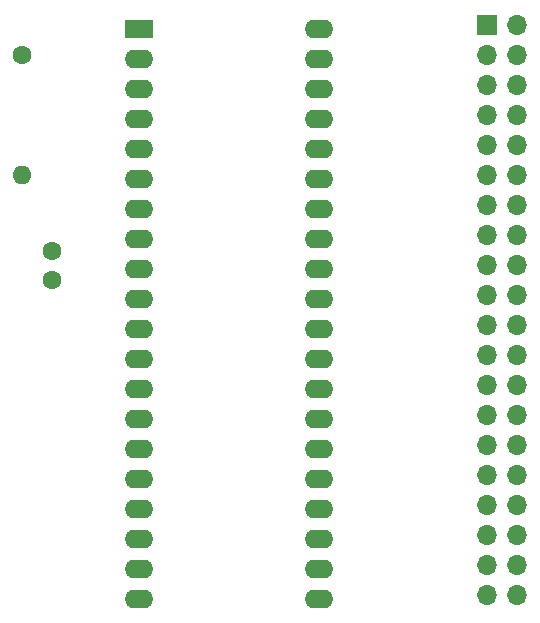
<source format=gts>
G04 #@! TF.GenerationSoftware,KiCad,Pcbnew,(5.1.12)-1*
G04 #@! TF.CreationDate,2022-10-05T17:54:17-05:00*
G04 #@! TF.ProjectId,cpu,6370752e-6b69-4636-9164-5f7063625858,rev?*
G04 #@! TF.SameCoordinates,Original*
G04 #@! TF.FileFunction,Soldermask,Top*
G04 #@! TF.FilePolarity,Negative*
%FSLAX46Y46*%
G04 Gerber Fmt 4.6, Leading zero omitted, Abs format (unit mm)*
G04 Created by KiCad (PCBNEW (5.1.12)-1) date 2022-10-05 17:54:17*
%MOMM*%
%LPD*%
G01*
G04 APERTURE LIST*
%ADD10O,1.700000X1.700000*%
%ADD11R,1.700000X1.700000*%
%ADD12C,1.600000*%
%ADD13O,1.600000X1.600000*%
%ADD14R,2.400000X1.600000*%
%ADD15O,2.400000X1.600000*%
G04 APERTURE END LIST*
D10*
X158750000Y-96520000D03*
X156210000Y-96520000D03*
X158750000Y-93980000D03*
X156210000Y-93980000D03*
X158750000Y-91440000D03*
X156210000Y-91440000D03*
X158750000Y-88900000D03*
X156210000Y-88900000D03*
X158750000Y-86360000D03*
X156210000Y-86360000D03*
X158750000Y-83820000D03*
X156210000Y-83820000D03*
X158750000Y-81280000D03*
X156210000Y-81280000D03*
X158750000Y-78740000D03*
X156210000Y-78740000D03*
X158750000Y-76200000D03*
X156210000Y-76200000D03*
X158750000Y-73660000D03*
X156210000Y-73660000D03*
X158750000Y-71120000D03*
X156210000Y-71120000D03*
X158750000Y-68580000D03*
X156210000Y-68580000D03*
X158750000Y-66040000D03*
X156210000Y-66040000D03*
X158750000Y-63500000D03*
X156210000Y-63500000D03*
X158750000Y-60960000D03*
X156210000Y-60960000D03*
X158750000Y-58420000D03*
X156210000Y-58420000D03*
X158750000Y-55880000D03*
X156210000Y-55880000D03*
X158750000Y-53340000D03*
X156210000Y-53340000D03*
X158750000Y-50800000D03*
X156210000Y-50800000D03*
X158750000Y-48260000D03*
D11*
X156210000Y-48260000D03*
D12*
X116840000Y-50800000D03*
D13*
X116840000Y-60960000D03*
D14*
X126695000Y-48565000D03*
D15*
X141935000Y-96825000D03*
X126695000Y-51105000D03*
X141935000Y-94285000D03*
X126695000Y-53645000D03*
X141935000Y-91745000D03*
X126695000Y-56185000D03*
X141935000Y-89205000D03*
X126695000Y-58725000D03*
X141935000Y-86665000D03*
X126695000Y-61265000D03*
X141935000Y-84125000D03*
X126695000Y-63805000D03*
X141935000Y-81585000D03*
X126695000Y-66345000D03*
X141935000Y-79045000D03*
X126695000Y-68885000D03*
X141935000Y-76505000D03*
X126695000Y-71425000D03*
X141935000Y-73965000D03*
X126695000Y-73965000D03*
X141935000Y-71425000D03*
X126695000Y-76505000D03*
X141935000Y-68885000D03*
X126695000Y-79045000D03*
X141935000Y-66345000D03*
X126695000Y-81585000D03*
X141935000Y-63805000D03*
X126695000Y-84125000D03*
X141935000Y-61265000D03*
X126695000Y-86665000D03*
X141935000Y-58725000D03*
X126695000Y-89205000D03*
X141935000Y-56185000D03*
X126695000Y-91745000D03*
X141935000Y-53645000D03*
X126695000Y-94285000D03*
X141935000Y-51105000D03*
X126695000Y-96825000D03*
X141935000Y-48565000D03*
D12*
X119380000Y-69850000D03*
X119380000Y-67350000D03*
M02*

</source>
